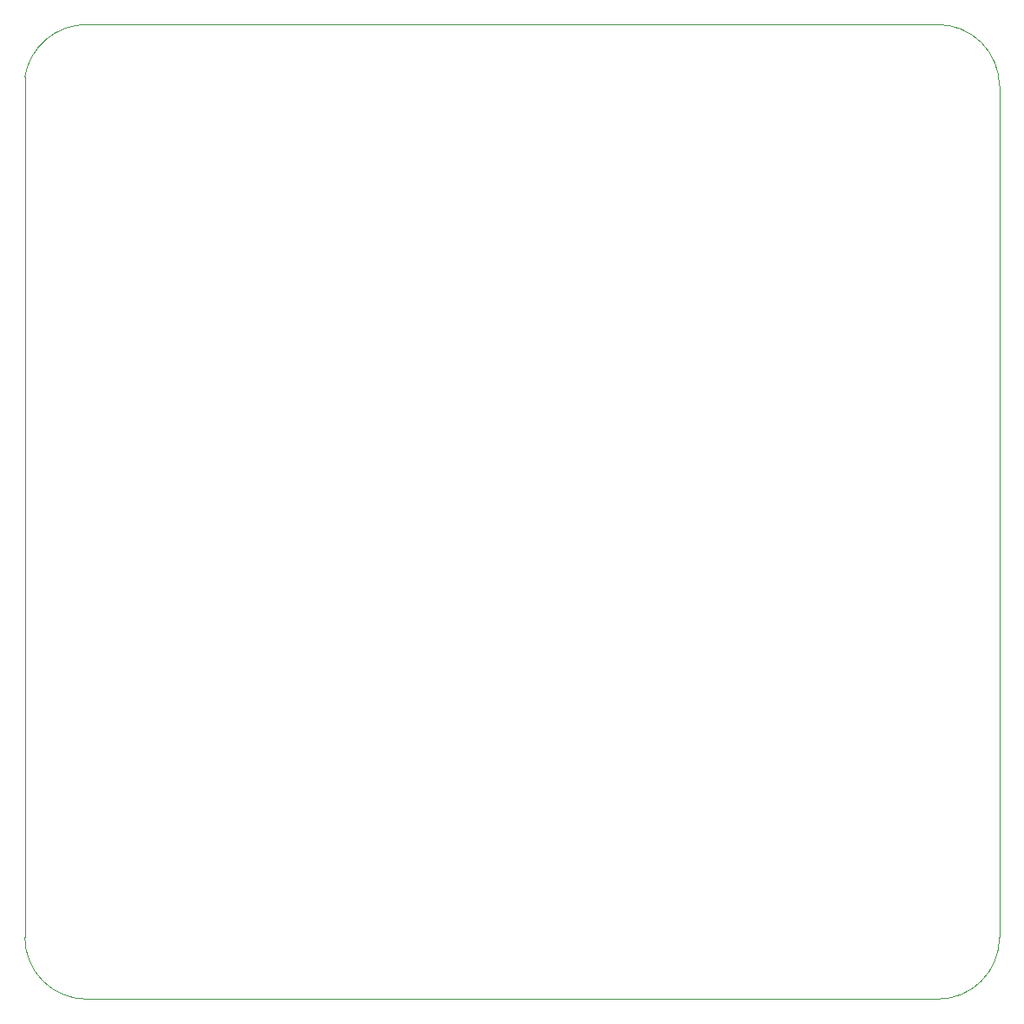
<source format=gm1>
G04 #@! TF.GenerationSoftware,KiCad,Pcbnew,(6.0.1)*
G04 #@! TF.CreationDate,2022-05-27T09:58:54-04:00*
G04 #@! TF.ProjectId,PiPicoMite-02,50695069-636f-44d6-9974-652d30322e6b,2*
G04 #@! TF.SameCoordinates,Original*
G04 #@! TF.FileFunction,Profile,NP*
%FSLAX46Y46*%
G04 Gerber Fmt 4.6, Leading zero omitted, Abs format (unit mm)*
G04 Created by KiCad (PCBNEW (6.0.1)) date 2022-05-27 09:58:54*
%MOMM*%
%LPD*%
G01*
G04 APERTURE LIST*
G04 #@! TA.AperFunction,Profile*
%ADD10C,0.100000*%
G04 #@! TD*
G04 APERTURE END LIST*
D10*
X95000000Y-6000000D02*
G75*
G03*
X89000000Y0I-5999999J1D01*
G01*
X0Y-89000000D02*
X1Y-5082762D01*
X0Y-89000000D02*
G75*
G03*
X6000000Y-95000000I5999999J-1D01*
G01*
X6000000Y1D02*
G75*
G03*
X1Y-5082762I1J-6082763D01*
G01*
X89000000Y-95000000D02*
G75*
G03*
X95000000Y-89000000I1J5999999D01*
G01*
X6000000Y0D02*
X89000000Y0D01*
X89000000Y-95000000D02*
X6000000Y-95000000D01*
X95000000Y-6000000D02*
X95000000Y-89000000D01*
M02*

</source>
